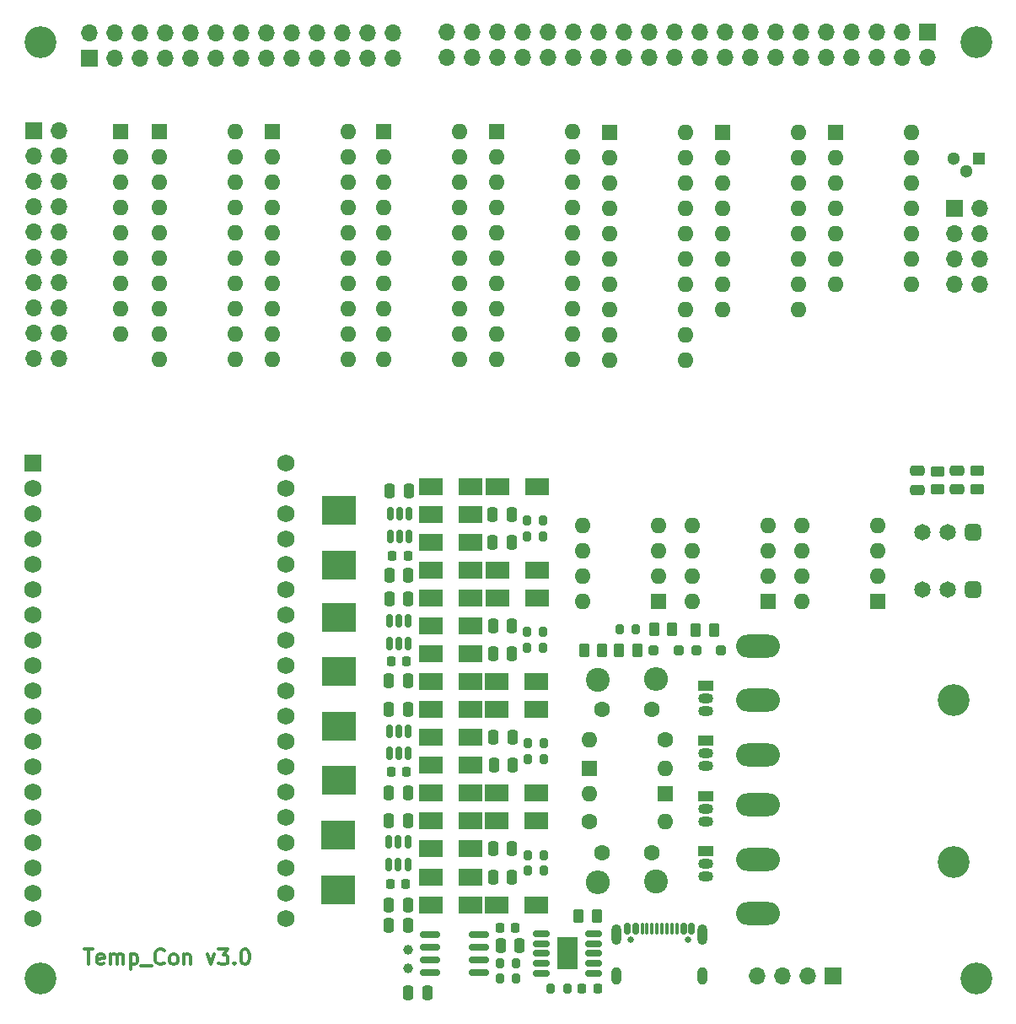
<source format=gbr>
%TF.GenerationSoftware,KiCad,Pcbnew,8.0.8*%
%TF.CreationDate,2025-03-16T16:52:43+08:00*%
%TF.ProjectId,temp_pro,74656d70-5f70-4726-9f2e-6b696361645f,rev?*%
%TF.SameCoordinates,Original*%
%TF.FileFunction,Soldermask,Top*%
%TF.FilePolarity,Negative*%
%FSLAX46Y46*%
G04 Gerber Fmt 4.6, Leading zero omitted, Abs format (unit mm)*
G04 Created by KiCad (PCBNEW 8.0.8) date 2025-03-16 16:52:43*
%MOMM*%
%LPD*%
G01*
G04 APERTURE LIST*
G04 Aperture macros list*
%AMRoundRect*
0 Rectangle with rounded corners*
0 $1 Rounding radius*
0 $2 $3 $4 $5 $6 $7 $8 $9 X,Y pos of 4 corners*
0 Add a 4 corners polygon primitive as box body*
4,1,4,$2,$3,$4,$5,$6,$7,$8,$9,$2,$3,0*
0 Add four circle primitives for the rounded corners*
1,1,$1+$1,$2,$3*
1,1,$1+$1,$4,$5*
1,1,$1+$1,$6,$7*
1,1,$1+$1,$8,$9*
0 Add four rect primitives between the rounded corners*
20,1,$1+$1,$2,$3,$4,$5,0*
20,1,$1+$1,$4,$5,$6,$7,0*
20,1,$1+$1,$6,$7,$8,$9,0*
20,1,$1+$1,$8,$9,$2,$3,0*%
G04 Aperture macros list end*
%ADD10C,0.300000*%
%ADD11C,3.200000*%
%ADD12RoundRect,0.102000X1.125000X0.775000X-1.125000X0.775000X-1.125000X-0.775000X1.125000X-0.775000X0*%
%ADD13RoundRect,0.200000X0.200000X0.275000X-0.200000X0.275000X-0.200000X-0.275000X0.200000X-0.275000X0*%
%ADD14O,4.395000X2.299500*%
%ADD15RoundRect,0.102000X-1.125000X-0.775000X1.125000X-0.775000X1.125000X0.775000X-1.125000X0.775000X0*%
%ADD16O,1.600000X1.600000*%
%ADD17R,1.600000X1.600000*%
%ADD18RoundRect,0.250000X0.250000X0.475000X-0.250000X0.475000X-0.250000X-0.475000X0.250000X-0.475000X0*%
%ADD19RoundRect,0.250000X-0.250000X-0.250000X0.250000X-0.250000X0.250000X0.250000X-0.250000X0.250000X0*%
%ADD20RoundRect,0.250000X-0.250000X-0.475000X0.250000X-0.475000X0.250000X0.475000X-0.250000X0.475000X0*%
%ADD21R,3.500000X2.950000*%
%ADD22RoundRect,0.250000X0.262500X0.450000X-0.262500X0.450000X-0.262500X-0.450000X0.262500X-0.450000X0*%
%ADD23R,1.500000X1.050000*%
%ADD24O,1.500000X1.050000*%
%ADD25RoundRect,0.225000X-0.225000X-0.250000X0.225000X-0.250000X0.225000X0.250000X-0.225000X0.250000X0*%
%ADD26RoundRect,0.150000X-0.150000X0.512500X-0.150000X-0.512500X0.150000X-0.512500X0.150000X0.512500X0*%
%ADD27O,1.700000X1.700000*%
%ADD28R,1.700000X1.700000*%
%ADD29RoundRect,0.250000X-0.262500X-0.450000X0.262500X-0.450000X0.262500X0.450000X-0.262500X0.450000X0*%
%ADD30C,1.600000*%
%ADD31RoundRect,0.150000X-0.687500X-0.150000X0.687500X-0.150000X0.687500X0.150000X-0.687500X0.150000X0*%
%ADD32R,2.100000X3.300000*%
%ADD33RoundRect,0.250000X0.450000X-0.262500X0.450000X0.262500X-0.450000X0.262500X-0.450000X-0.262500X0*%
%ADD34C,1.000000*%
%ADD35RoundRect,0.250000X-0.450000X0.262500X-0.450000X-0.262500X0.450000X-0.262500X0.450000X0.262500X0*%
%ADD36RoundRect,0.250000X-0.475000X0.250000X-0.475000X-0.250000X0.475000X-0.250000X0.475000X0.250000X0*%
%ADD37RoundRect,0.150000X-0.825000X-0.150000X0.825000X-0.150000X0.825000X0.150000X-0.825000X0.150000X0*%
%ADD38C,1.300000*%
%ADD39R,1.300000X1.300000*%
%ADD40C,0.650000*%
%ADD41RoundRect,0.150000X-0.150000X-0.425000X0.150000X-0.425000X0.150000X0.425000X-0.150000X0.425000X0*%
%ADD42RoundRect,0.075000X-0.075000X-0.500000X0.075000X-0.500000X0.075000X0.500000X-0.075000X0.500000X0*%
%ADD43O,1.000000X2.100000*%
%ADD44O,1.000000X1.800000*%
%ADD45RoundRect,0.412500X0.412500X0.412500X-0.412500X0.412500X-0.412500X-0.412500X0.412500X-0.412500X0*%
%ADD46C,1.650000*%
%ADD47RoundRect,0.250000X0.475000X-0.250000X0.475000X0.250000X-0.475000X0.250000X-0.475000X-0.250000X0*%
%ADD48RoundRect,0.102000X-0.765000X-0.765000X0.765000X-0.765000X0.765000X0.765000X-0.765000X0.765000X0*%
%ADD49C,1.734000*%
%ADD50RoundRect,0.200000X-0.200000X-0.275000X0.200000X-0.275000X0.200000X0.275000X-0.200000X0.275000X0*%
%ADD51C,2.400000*%
%ADD52O,2.400000X2.400000*%
G04 APERTURE END LIST*
D10*
X111640225Y-140000828D02*
X112497368Y-140000828D01*
X112068796Y-141500828D02*
X112068796Y-140000828D01*
X113568796Y-141429400D02*
X113425939Y-141500828D01*
X113425939Y-141500828D02*
X113140225Y-141500828D01*
X113140225Y-141500828D02*
X112997367Y-141429400D01*
X112997367Y-141429400D02*
X112925939Y-141286542D01*
X112925939Y-141286542D02*
X112925939Y-140715114D01*
X112925939Y-140715114D02*
X112997367Y-140572257D01*
X112997367Y-140572257D02*
X113140225Y-140500828D01*
X113140225Y-140500828D02*
X113425939Y-140500828D01*
X113425939Y-140500828D02*
X113568796Y-140572257D01*
X113568796Y-140572257D02*
X113640225Y-140715114D01*
X113640225Y-140715114D02*
X113640225Y-140857971D01*
X113640225Y-140857971D02*
X112925939Y-141000828D01*
X114283081Y-141500828D02*
X114283081Y-140500828D01*
X114283081Y-140643685D02*
X114354510Y-140572257D01*
X114354510Y-140572257D02*
X114497367Y-140500828D01*
X114497367Y-140500828D02*
X114711653Y-140500828D01*
X114711653Y-140500828D02*
X114854510Y-140572257D01*
X114854510Y-140572257D02*
X114925939Y-140715114D01*
X114925939Y-140715114D02*
X114925939Y-141500828D01*
X114925939Y-140715114D02*
X114997367Y-140572257D01*
X114997367Y-140572257D02*
X115140224Y-140500828D01*
X115140224Y-140500828D02*
X115354510Y-140500828D01*
X115354510Y-140500828D02*
X115497367Y-140572257D01*
X115497367Y-140572257D02*
X115568796Y-140715114D01*
X115568796Y-140715114D02*
X115568796Y-141500828D01*
X116283081Y-140500828D02*
X116283081Y-142000828D01*
X116283081Y-140572257D02*
X116425939Y-140500828D01*
X116425939Y-140500828D02*
X116711653Y-140500828D01*
X116711653Y-140500828D02*
X116854510Y-140572257D01*
X116854510Y-140572257D02*
X116925939Y-140643685D01*
X116925939Y-140643685D02*
X116997367Y-140786542D01*
X116997367Y-140786542D02*
X116997367Y-141215114D01*
X116997367Y-141215114D02*
X116925939Y-141357971D01*
X116925939Y-141357971D02*
X116854510Y-141429400D01*
X116854510Y-141429400D02*
X116711653Y-141500828D01*
X116711653Y-141500828D02*
X116425939Y-141500828D01*
X116425939Y-141500828D02*
X116283081Y-141429400D01*
X117283082Y-141643685D02*
X118425939Y-141643685D01*
X119640224Y-141357971D02*
X119568796Y-141429400D01*
X119568796Y-141429400D02*
X119354510Y-141500828D01*
X119354510Y-141500828D02*
X119211653Y-141500828D01*
X119211653Y-141500828D02*
X118997367Y-141429400D01*
X118997367Y-141429400D02*
X118854510Y-141286542D01*
X118854510Y-141286542D02*
X118783081Y-141143685D01*
X118783081Y-141143685D02*
X118711653Y-140857971D01*
X118711653Y-140857971D02*
X118711653Y-140643685D01*
X118711653Y-140643685D02*
X118783081Y-140357971D01*
X118783081Y-140357971D02*
X118854510Y-140215114D01*
X118854510Y-140215114D02*
X118997367Y-140072257D01*
X118997367Y-140072257D02*
X119211653Y-140000828D01*
X119211653Y-140000828D02*
X119354510Y-140000828D01*
X119354510Y-140000828D02*
X119568796Y-140072257D01*
X119568796Y-140072257D02*
X119640224Y-140143685D01*
X120497367Y-141500828D02*
X120354510Y-141429400D01*
X120354510Y-141429400D02*
X120283081Y-141357971D01*
X120283081Y-141357971D02*
X120211653Y-141215114D01*
X120211653Y-141215114D02*
X120211653Y-140786542D01*
X120211653Y-140786542D02*
X120283081Y-140643685D01*
X120283081Y-140643685D02*
X120354510Y-140572257D01*
X120354510Y-140572257D02*
X120497367Y-140500828D01*
X120497367Y-140500828D02*
X120711653Y-140500828D01*
X120711653Y-140500828D02*
X120854510Y-140572257D01*
X120854510Y-140572257D02*
X120925939Y-140643685D01*
X120925939Y-140643685D02*
X120997367Y-140786542D01*
X120997367Y-140786542D02*
X120997367Y-141215114D01*
X120997367Y-141215114D02*
X120925939Y-141357971D01*
X120925939Y-141357971D02*
X120854510Y-141429400D01*
X120854510Y-141429400D02*
X120711653Y-141500828D01*
X120711653Y-141500828D02*
X120497367Y-141500828D01*
X121640224Y-140500828D02*
X121640224Y-141500828D01*
X121640224Y-140643685D02*
X121711653Y-140572257D01*
X121711653Y-140572257D02*
X121854510Y-140500828D01*
X121854510Y-140500828D02*
X122068796Y-140500828D01*
X122068796Y-140500828D02*
X122211653Y-140572257D01*
X122211653Y-140572257D02*
X122283082Y-140715114D01*
X122283082Y-140715114D02*
X122283082Y-141500828D01*
X123997367Y-140500828D02*
X124354510Y-141500828D01*
X124354510Y-141500828D02*
X124711653Y-140500828D01*
X125140224Y-140000828D02*
X126068796Y-140000828D01*
X126068796Y-140000828D02*
X125568796Y-140572257D01*
X125568796Y-140572257D02*
X125783081Y-140572257D01*
X125783081Y-140572257D02*
X125925939Y-140643685D01*
X125925939Y-140643685D02*
X125997367Y-140715114D01*
X125997367Y-140715114D02*
X126068796Y-140857971D01*
X126068796Y-140857971D02*
X126068796Y-141215114D01*
X126068796Y-141215114D02*
X125997367Y-141357971D01*
X125997367Y-141357971D02*
X125925939Y-141429400D01*
X125925939Y-141429400D02*
X125783081Y-141500828D01*
X125783081Y-141500828D02*
X125354510Y-141500828D01*
X125354510Y-141500828D02*
X125211653Y-141429400D01*
X125211653Y-141429400D02*
X125140224Y-141357971D01*
X126711652Y-141357971D02*
X126783081Y-141429400D01*
X126783081Y-141429400D02*
X126711652Y-141500828D01*
X126711652Y-141500828D02*
X126640224Y-141429400D01*
X126640224Y-141429400D02*
X126711652Y-141357971D01*
X126711652Y-141357971D02*
X126711652Y-141500828D01*
X127711653Y-140000828D02*
X127854510Y-140000828D01*
X127854510Y-140000828D02*
X127997367Y-140072257D01*
X127997367Y-140072257D02*
X128068796Y-140143685D01*
X128068796Y-140143685D02*
X128140224Y-140286542D01*
X128140224Y-140286542D02*
X128211653Y-140572257D01*
X128211653Y-140572257D02*
X128211653Y-140929400D01*
X128211653Y-140929400D02*
X128140224Y-141215114D01*
X128140224Y-141215114D02*
X128068796Y-141357971D01*
X128068796Y-141357971D02*
X127997367Y-141429400D01*
X127997367Y-141429400D02*
X127854510Y-141500828D01*
X127854510Y-141500828D02*
X127711653Y-141500828D01*
X127711653Y-141500828D02*
X127568796Y-141429400D01*
X127568796Y-141429400D02*
X127497367Y-141357971D01*
X127497367Y-141357971D02*
X127425938Y-141215114D01*
X127425938Y-141215114D02*
X127354510Y-140929400D01*
X127354510Y-140929400D02*
X127354510Y-140572257D01*
X127354510Y-140572257D02*
X127425938Y-140286542D01*
X127425938Y-140286542D02*
X127497367Y-140143685D01*
X127497367Y-140143685D02*
X127568796Y-140072257D01*
X127568796Y-140072257D02*
X127711653Y-140000828D01*
D11*
%TO.C,H6*%
X198900000Y-131200000D03*
%TD*%
%TO.C,H5*%
X198900000Y-115000000D03*
%TD*%
D12*
%TO.C,D27*%
X150420000Y-104720000D03*
X146420000Y-104720000D03*
%TD*%
D13*
%TO.C,R27*%
X157820000Y-120920000D03*
X156170000Y-120920000D03*
%TD*%
D14*
%TO.C,Q1*%
X179295000Y-125489000D03*
X179295000Y-130950000D03*
X179295000Y-136411000D03*
%TD*%
D15*
%TO.C,D13*%
X146420000Y-135520000D03*
X150420000Y-135520000D03*
%TD*%
D16*
%TO.C,U12*%
X172020000Y-57990000D03*
X172020000Y-60530000D03*
X172020000Y-63070000D03*
X172020000Y-65610000D03*
X172020000Y-68150000D03*
X172020000Y-70690000D03*
X172020000Y-73230000D03*
X172020000Y-75770000D03*
X172020000Y-78310000D03*
X172020000Y-80850000D03*
X164400000Y-80850000D03*
X164400000Y-78310000D03*
X164400000Y-75770000D03*
X164400000Y-73230000D03*
X164400000Y-70690000D03*
X164400000Y-68150000D03*
X164400000Y-65610000D03*
X164400000Y-63070000D03*
X164400000Y-60530000D03*
D17*
X164400000Y-57990000D03*
%TD*%
D18*
%TO.C,C44*%
X154570000Y-110320000D03*
X152670000Y-110320000D03*
%TD*%
D11*
%TO.C,H3*%
X201200000Y-48950000D03*
%TD*%
D15*
%TO.C,D9*%
X146420000Y-101920000D03*
X150420000Y-101920000D03*
%TD*%
D19*
%TO.C,D6*%
X168820000Y-109950000D03*
X171320000Y-109950000D03*
%TD*%
D15*
%TO.C,D25*%
X146420000Y-113120000D03*
X150420000Y-113120000D03*
%TD*%
D12*
%TO.C,D15*%
X150420000Y-127120000D03*
X146420000Y-127120000D03*
%TD*%
%TO.C,D29*%
X157120000Y-104720000D03*
X153120000Y-104720000D03*
%TD*%
D20*
%TO.C,C28*%
X142320000Y-94020000D03*
X144220000Y-94020000D03*
%TD*%
%TO.C,C13*%
X142220000Y-127120000D03*
X144120000Y-127120000D03*
%TD*%
D13*
%TO.C,R17*%
X167020000Y-107850000D03*
X165370000Y-107850000D03*
%TD*%
D16*
%TO.C,U15*%
X194720000Y-57975000D03*
X194720000Y-60515000D03*
X194720000Y-63055000D03*
X194720000Y-65595000D03*
X194720000Y-68135000D03*
X194720000Y-70675000D03*
X194720000Y-73215000D03*
X187100000Y-73215000D03*
X187100000Y-70675000D03*
X187100000Y-68135000D03*
X187100000Y-65595000D03*
X187100000Y-63055000D03*
X187100000Y-60515000D03*
D17*
X187100000Y-57975000D03*
%TD*%
D20*
%TO.C,C8*%
X142220000Y-137620000D03*
X144120000Y-137620000D03*
%TD*%
D21*
%TO.C,L2*%
X137120000Y-128570000D03*
X137120000Y-134020000D03*
%TD*%
D22*
%TO.C,R11*%
X174882500Y-107950000D03*
X173057500Y-107950000D03*
%TD*%
D18*
%TO.C,C17*%
X154570000Y-129920000D03*
X152670000Y-129920000D03*
%TD*%
D16*
%TO.C,RN1*%
X115300000Y-78270000D03*
X115300000Y-75730000D03*
X115300000Y-73190000D03*
X115300000Y-70650000D03*
X115300000Y-68110000D03*
X115300000Y-65570000D03*
X115300000Y-63030000D03*
X115300000Y-60490000D03*
D17*
X115300000Y-57950000D03*
%TD*%
D18*
%TO.C,C36*%
X154620000Y-118720000D03*
X152720000Y-118720000D03*
%TD*%
D13*
%TO.C,R22*%
X155020000Y-142920000D03*
X153370000Y-142920000D03*
%TD*%
D18*
%TO.C,C31*%
X154520000Y-99120000D03*
X152620000Y-99120000D03*
%TD*%
D23*
%TO.C,Q4*%
X174050000Y-130150000D03*
D24*
X174050000Y-131420000D03*
X174050000Y-132690000D03*
%TD*%
D25*
%TO.C,C10*%
X161625000Y-143920000D03*
X163175000Y-143920000D03*
%TD*%
D26*
%TO.C,U18*%
X144170000Y-107045000D03*
X143220000Y-107045000D03*
X142270000Y-107045000D03*
X142270000Y-109320000D03*
X143220000Y-109320000D03*
X144170000Y-109320000D03*
%TD*%
D20*
%TO.C,C7*%
X153420000Y-139620000D03*
X155320000Y-139620000D03*
%TD*%
D25*
%TO.C,C39*%
X142470000Y-111120000D03*
X144020000Y-111120000D03*
%TD*%
D27*
%TO.C,J2*%
X109100000Y-80700000D03*
X106560000Y-80700000D03*
X109100000Y-78160000D03*
X106560000Y-78160000D03*
X109100000Y-75620000D03*
X106560000Y-75620000D03*
X109100000Y-73080000D03*
X106560000Y-73080000D03*
X109100000Y-70540000D03*
X106560000Y-70540000D03*
X109100000Y-68000000D03*
X106560000Y-68000000D03*
X109100000Y-65460000D03*
X106560000Y-65460000D03*
X109100000Y-62920000D03*
X106560000Y-62920000D03*
X109100000Y-60380000D03*
X106560000Y-60380000D03*
X109100000Y-57840000D03*
D28*
X106560000Y-57840000D03*
%TD*%
D17*
%TO.C,U1*%
X169320000Y-105050000D03*
D16*
X169320000Y-102510000D03*
X169320000Y-99970000D03*
X169320000Y-97430000D03*
X161700000Y-97430000D03*
X161700000Y-99970000D03*
X161700000Y-102510000D03*
X161700000Y-105050000D03*
%TD*%
D17*
%TO.C,D2*%
X162360000Y-121800000D03*
D16*
X169980000Y-121800000D03*
%TD*%
D29*
%TO.C,R12*%
X165320000Y-109950000D03*
X167145000Y-109950000D03*
%TD*%
D20*
%TO.C,C27*%
X142280000Y-102420000D03*
X144180000Y-102420000D03*
%TD*%
D11*
%TO.C,H1*%
X107200000Y-142950000D03*
%TD*%
D12*
%TO.C,D24*%
X150420000Y-110320000D03*
X146420000Y-110320000D03*
%TD*%
D30*
%TO.C,R6*%
X162350000Y-127200000D03*
D16*
X169970000Y-127200000D03*
%TD*%
D13*
%TO.C,R24*%
X157820000Y-130520000D03*
X156170000Y-130520000D03*
%TD*%
D12*
%TO.C,D4*%
X150420000Y-99120000D03*
X146420000Y-99120000D03*
%TD*%
D31*
%TO.C,U17*%
X157500000Y-138420000D03*
X157500000Y-139420000D03*
X157500000Y-140420000D03*
X157500000Y-141420000D03*
X157500000Y-142420000D03*
X162775000Y-142420000D03*
X162775000Y-141420000D03*
X162775000Y-140420000D03*
X162775000Y-139420000D03*
X162775000Y-138420000D03*
D32*
X160137500Y-140420000D03*
%TD*%
D23*
%TO.C,Q2*%
X174050000Y-119080000D03*
D24*
X174050000Y-120350000D03*
X174050000Y-121620000D03*
%TD*%
D15*
%TO.C,D14*%
X146420000Y-129920000D03*
X150420000Y-129920000D03*
%TD*%
D23*
%TO.C,Q3*%
X174050000Y-124620000D03*
D24*
X174050000Y-125890000D03*
X174050000Y-127160000D03*
%TD*%
D25*
%TO.C,C33*%
X142420000Y-122220000D03*
X143970000Y-122220000D03*
%TD*%
D15*
%TO.C,D22*%
X153020000Y-124320000D03*
X157020000Y-124320000D03*
%TD*%
D12*
%TO.C,D11*%
X150420000Y-93520000D03*
X146420000Y-93520000D03*
%TD*%
D13*
%TO.C,R29*%
X157720000Y-109720000D03*
X156070000Y-109720000D03*
%TD*%
D20*
%TO.C,C34*%
X142220000Y-124320000D03*
X144120000Y-124320000D03*
%TD*%
D12*
%TO.C,D23*%
X157020000Y-115920000D03*
X153020000Y-115920000D03*
%TD*%
D13*
%TO.C,R26*%
X157820000Y-119320000D03*
X156170000Y-119320000D03*
%TD*%
D23*
%TO.C,Q8*%
X174050000Y-113550000D03*
D24*
X174050000Y-114820000D03*
X174050000Y-116090000D03*
%TD*%
D33*
%TO.C,R8*%
X197300000Y-93837500D03*
X197300000Y-92012500D03*
%TD*%
D30*
%TO.C,C4*%
X168610000Y-115900000D03*
X163610000Y-115900000D03*
%TD*%
D17*
%TO.C,U11*%
X180300000Y-105040000D03*
D16*
X180300000Y-102500000D03*
X180300000Y-99960000D03*
X180300000Y-97420000D03*
X172680000Y-97420000D03*
X172680000Y-99960000D03*
X172680000Y-102500000D03*
X172680000Y-105040000D03*
%TD*%
D34*
%TO.C,Y1*%
X144120000Y-140020000D03*
X144120000Y-141920000D03*
%TD*%
D18*
%TO.C,C38*%
X154670000Y-121520000D03*
X152770000Y-121520000D03*
%TD*%
D27*
%TO.C,J1*%
X142600000Y-48000000D03*
X142600000Y-50540000D03*
X140060000Y-48000000D03*
X140060000Y-50540000D03*
X137520000Y-48000000D03*
X137520000Y-50540000D03*
X134980000Y-48000000D03*
X134980000Y-50540000D03*
X132440000Y-48000000D03*
X132440000Y-50540000D03*
X129900000Y-48000000D03*
X129900000Y-50540000D03*
X127360000Y-48000000D03*
X127360000Y-50540000D03*
X124820000Y-48000000D03*
X124820000Y-50540000D03*
X122280000Y-48000000D03*
X122280000Y-50540000D03*
X119740000Y-48000000D03*
X119740000Y-50540000D03*
X117200000Y-48000000D03*
X117200000Y-50540000D03*
X114660000Y-48000000D03*
X114660000Y-50540000D03*
X112120000Y-48000000D03*
D28*
X112120000Y-50540000D03*
%TD*%
D19*
%TO.C,D7*%
X173070000Y-109950000D03*
X175570000Y-109950000D03*
%TD*%
D16*
%TO.C,U9*%
X160650000Y-57910000D03*
X160650000Y-60450000D03*
X160650000Y-62990000D03*
X160650000Y-65530000D03*
X160650000Y-68070000D03*
X160650000Y-70610000D03*
X160650000Y-73150000D03*
X160650000Y-75690000D03*
X160650000Y-78230000D03*
X160650000Y-80770000D03*
X153030000Y-80770000D03*
X153030000Y-78230000D03*
X153030000Y-75690000D03*
X153030000Y-73150000D03*
X153030000Y-70610000D03*
X153030000Y-68070000D03*
X153030000Y-65530000D03*
X153030000Y-62990000D03*
X153030000Y-60450000D03*
D17*
X153030000Y-57910000D03*
%TD*%
D35*
%TO.C,R10*%
X201300000Y-91975000D03*
X201300000Y-93800000D03*
%TD*%
D30*
%TO.C,R5*%
X170010000Y-119000000D03*
D16*
X162390000Y-119000000D03*
%TD*%
D13*
%TO.C,R16*%
X157720000Y-96920000D03*
X156070000Y-96920000D03*
%TD*%
D36*
%TO.C,C18*%
X199300000Y-91937500D03*
X199300000Y-93837500D03*
%TD*%
D12*
%TO.C,D12*%
X150420000Y-132720000D03*
X146420000Y-132720000D03*
%TD*%
%TO.C,D18*%
X150420000Y-121520000D03*
X146420000Y-121520000D03*
%TD*%
D11*
%TO.C,H4*%
X107200000Y-48950000D03*
%TD*%
%TO.C,H2*%
X201200000Y-142950000D03*
%TD*%
D13*
%TO.C,R25*%
X157820000Y-132120000D03*
X156170000Y-132120000D03*
%TD*%
D37*
%TO.C,U7*%
X146345000Y-138515000D03*
X146345000Y-139785000D03*
X146345000Y-141055000D03*
X146345000Y-142325000D03*
X151295000Y-142325000D03*
X151295000Y-141055000D03*
X151295000Y-139785000D03*
X151295000Y-138515000D03*
%TD*%
D17*
%TO.C,D3*%
X169980000Y-124400000D03*
D16*
X162360000Y-124400000D03*
%TD*%
D18*
%TO.C,C32*%
X154570000Y-132720000D03*
X152670000Y-132720000D03*
%TD*%
D27*
%TO.C,J7*%
X179180000Y-142700000D03*
X181720000Y-142700000D03*
X184260000Y-142700000D03*
D28*
X186800000Y-142700000D03*
%TD*%
D12*
%TO.C,D5*%
X157120000Y-93520000D03*
X153120000Y-93520000D03*
%TD*%
D38*
%TO.C,U2*%
X198960000Y-60600000D03*
X200220000Y-61870000D03*
D39*
X201500000Y-60600000D03*
%TD*%
D20*
%TO.C,C41*%
X142280000Y-104800000D03*
X144180000Y-104800000D03*
%TD*%
D26*
%TO.C,U10*%
X144170000Y-118082500D03*
X143220000Y-118082500D03*
X142270000Y-118082500D03*
X142270000Y-120357500D03*
X143220000Y-120357500D03*
X144170000Y-120357500D03*
%TD*%
D16*
%TO.C,U16*%
X149345000Y-57911000D03*
X149345000Y-60451000D03*
X149345000Y-62991000D03*
X149345000Y-65531000D03*
X149345000Y-68071000D03*
X149345000Y-70611000D03*
X149345000Y-73151000D03*
X149345000Y-75691000D03*
X149345000Y-78231000D03*
X149345000Y-80771000D03*
X141725000Y-80771000D03*
X141725000Y-78231000D03*
X141725000Y-75691000D03*
X141725000Y-73151000D03*
X141725000Y-70611000D03*
X141725000Y-68071000D03*
X141725000Y-65531000D03*
X141725000Y-62991000D03*
X141725000Y-60451000D03*
D17*
X141725000Y-57911000D03*
%TD*%
D15*
%TO.C,D26*%
X146420000Y-107520000D03*
X150420000Y-107520000D03*
%TD*%
%TO.C,D20*%
X146420000Y-118720000D03*
X150420000Y-118720000D03*
%TD*%
%TO.C,D28*%
X153020000Y-113120000D03*
X157020000Y-113120000D03*
%TD*%
D21*
%TO.C,L3*%
X137220000Y-117570000D03*
X137220000Y-123020000D03*
%TD*%
D18*
%TO.C,C42*%
X154570000Y-107520000D03*
X152670000Y-107520000D03*
%TD*%
D20*
%TO.C,C35*%
X142220000Y-115920000D03*
X144120000Y-115920000D03*
%TD*%
D21*
%TO.C,L1*%
X137220000Y-95970000D03*
X137220000Y-101420000D03*
%TD*%
D40*
%TO.C,J4*%
X166510000Y-139015000D03*
X172290000Y-139015000D03*
D41*
X166200000Y-137940000D03*
X167000000Y-137940000D03*
D42*
X168150000Y-137940000D03*
X169150000Y-137940000D03*
X169650000Y-137940000D03*
X170650000Y-137940000D03*
D41*
X171800000Y-137940000D03*
X172600000Y-137940000D03*
X172600000Y-137940000D03*
X171800000Y-137940000D03*
D42*
X171150000Y-137940000D03*
X170150000Y-137940000D03*
X168650000Y-137940000D03*
X167650000Y-137940000D03*
D41*
X167000000Y-137940000D03*
X166200000Y-137940000D03*
D43*
X165080000Y-138515000D03*
D44*
X165080000Y-142695000D03*
D43*
X173720000Y-138515000D03*
D44*
X173720000Y-142695000D03*
%TD*%
D14*
%TO.C,Q7*%
X179270000Y-109528000D03*
X179270000Y-114989000D03*
X179270000Y-120450000D03*
%TD*%
D25*
%TO.C,C26*%
X142570000Y-100520000D03*
X144120000Y-100520000D03*
%TD*%
D26*
%TO.C,U6*%
X144120000Y-129245000D03*
X143170000Y-129245000D03*
X142220000Y-129245000D03*
X142220000Y-131520000D03*
X143170000Y-131520000D03*
X144120000Y-131520000D03*
%TD*%
D45*
%TO.C,RV1*%
X200900000Y-98150000D03*
D46*
X198360000Y-98150000D03*
X195820000Y-98150000D03*
%TD*%
D21*
%TO.C,L4*%
X137220000Y-106670000D03*
X137220000Y-112120000D03*
%TD*%
D16*
%TO.C,U3*%
X138145000Y-57911000D03*
X138145000Y-60451000D03*
X138145000Y-62991000D03*
X138145000Y-65531000D03*
X138145000Y-68071000D03*
X138145000Y-70611000D03*
X138145000Y-73151000D03*
X138145000Y-75691000D03*
X138145000Y-78231000D03*
X138145000Y-80771000D03*
X130525000Y-80771000D03*
X130525000Y-78231000D03*
X130525000Y-75691000D03*
X130525000Y-73151000D03*
X130525000Y-70611000D03*
X130525000Y-68071000D03*
X130525000Y-65531000D03*
X130525000Y-62991000D03*
X130525000Y-60451000D03*
D17*
X130525000Y-57911000D03*
%TD*%
D47*
%TO.C,C14*%
X195300000Y-93887500D03*
X195300000Y-91987500D03*
%TD*%
D16*
%TO.C,U5*%
X183320000Y-57976000D03*
X183320000Y-60516000D03*
X183320000Y-63056000D03*
X183320000Y-65596000D03*
X183320000Y-68136000D03*
X183320000Y-70676000D03*
X183320000Y-73216000D03*
X183320000Y-75756000D03*
X175700000Y-75756000D03*
X175700000Y-73216000D03*
X175700000Y-70676000D03*
X175700000Y-68136000D03*
X175700000Y-65596000D03*
X175700000Y-63056000D03*
X175700000Y-60516000D03*
D17*
X175700000Y-57976000D03*
%TD*%
D27*
%TO.C,J3*%
X148060000Y-50500000D03*
X148060000Y-47960000D03*
X150600000Y-50500000D03*
X150600000Y-47960000D03*
X153140000Y-50500000D03*
X153140000Y-47960000D03*
X155680000Y-50500000D03*
X155680000Y-47960000D03*
X158220000Y-50500000D03*
X158220000Y-47960000D03*
X160760000Y-50500000D03*
X160760000Y-47960000D03*
X163300000Y-50500000D03*
X163300000Y-47960000D03*
X165840000Y-50500000D03*
X165840000Y-47960000D03*
X168380000Y-50500000D03*
X168380000Y-47960000D03*
X170920000Y-50500000D03*
X170920000Y-47960000D03*
X173460000Y-50500000D03*
X173460000Y-47960000D03*
X176000000Y-50500000D03*
X176000000Y-47960000D03*
X178540000Y-50500000D03*
X178540000Y-47960000D03*
X181080000Y-50500000D03*
X181080000Y-47960000D03*
X183620000Y-50500000D03*
X183620000Y-47960000D03*
X186160000Y-50500000D03*
X186160000Y-47960000D03*
X188700000Y-50500000D03*
X188700000Y-47960000D03*
X191240000Y-50500000D03*
X191240000Y-47960000D03*
X193780000Y-50500000D03*
X193780000Y-47960000D03*
X196320000Y-50500000D03*
D28*
X196320000Y-47960000D03*
%TD*%
D48*
%TO.C,U4*%
X106500000Y-91220000D03*
D49*
X106500000Y-93760000D03*
X106500000Y-96300000D03*
X106500000Y-98840000D03*
X106500000Y-101380000D03*
X106500000Y-103920000D03*
X106500000Y-106460000D03*
X106500000Y-109000000D03*
X106500000Y-111540000D03*
X106500000Y-114080000D03*
X106500000Y-116620000D03*
X106500000Y-119160000D03*
X106500000Y-121700000D03*
X106500000Y-124240000D03*
X106500000Y-126780000D03*
X106500000Y-129320000D03*
X106500000Y-131860000D03*
X106500000Y-134400000D03*
X106500000Y-136940000D03*
X131900000Y-136940000D03*
X131900000Y-134400000D03*
X131900000Y-131860000D03*
X131900000Y-129320000D03*
X131900000Y-126780000D03*
X131900000Y-124240000D03*
X131900000Y-121700000D03*
X131900000Y-119160000D03*
X131900000Y-116620000D03*
X131900000Y-114080000D03*
X131900000Y-111540000D03*
X131900000Y-109000000D03*
X131900000Y-106460000D03*
X131900000Y-103920000D03*
X131900000Y-101380000D03*
X131900000Y-98840000D03*
X131900000Y-96300000D03*
X131900000Y-93760000D03*
X131900000Y-91220000D03*
%TD*%
D17*
%TO.C,U8*%
X191300000Y-105040000D03*
D16*
X191300000Y-102500000D03*
X191300000Y-99960000D03*
X191300000Y-97420000D03*
X183680000Y-97420000D03*
X183680000Y-99960000D03*
X183680000Y-102500000D03*
X183680000Y-105040000D03*
%TD*%
%TO.C,U13*%
X126820000Y-57890000D03*
X126820000Y-60430000D03*
X126820000Y-62970000D03*
X126820000Y-65510000D03*
X126820000Y-68050000D03*
X126820000Y-70590000D03*
X126820000Y-73130000D03*
X126820000Y-75670000D03*
X126820000Y-78210000D03*
X126820000Y-80750000D03*
X119200000Y-80750000D03*
X119200000Y-78210000D03*
X119200000Y-75670000D03*
X119200000Y-73130000D03*
X119200000Y-70590000D03*
X119200000Y-68050000D03*
X119200000Y-65510000D03*
X119200000Y-62970000D03*
X119200000Y-60430000D03*
D17*
X119200000Y-57890000D03*
%TD*%
D12*
%TO.C,D21*%
X150420000Y-115920000D03*
X146420000Y-115920000D03*
%TD*%
D25*
%TO.C,C11*%
X142370000Y-133420000D03*
X143920000Y-133420000D03*
%TD*%
D30*
%TO.C,C6*%
X163610000Y-130300000D03*
X168610000Y-130300000D03*
%TD*%
D22*
%TO.C,R15*%
X163100000Y-136620000D03*
X161275000Y-136620000D03*
%TD*%
D50*
%TO.C,R23*%
X156070000Y-98520000D03*
X157720000Y-98520000D03*
%TD*%
D25*
%TO.C,C21*%
X153370000Y-137820000D03*
X154920000Y-137820000D03*
%TD*%
D20*
%TO.C,C40*%
X142220000Y-113020000D03*
X144120000Y-113020000D03*
%TD*%
D15*
%TO.C,D8*%
X153120000Y-101920000D03*
X157120000Y-101920000D03*
%TD*%
%TO.C,D16*%
X153020000Y-135520000D03*
X157020000Y-135520000D03*
%TD*%
%TO.C,D10*%
X146420000Y-96320000D03*
X150420000Y-96320000D03*
%TD*%
D18*
%TO.C,C30*%
X154520000Y-96320000D03*
X152620000Y-96320000D03*
%TD*%
D20*
%TO.C,C12*%
X142220000Y-135520000D03*
X144120000Y-135520000D03*
%TD*%
D27*
%TO.C,J5*%
X201520000Y-73220000D03*
X198980000Y-73220000D03*
X201520000Y-70680000D03*
X198980000Y-70680000D03*
X201520000Y-68140000D03*
X198980000Y-68140000D03*
X201520000Y-65600000D03*
D28*
X198980000Y-65600000D03*
%TD*%
D15*
%TO.C,D19*%
X146420000Y-124320000D03*
X150420000Y-124320000D03*
%TD*%
D13*
%TO.C,R7*%
X160120000Y-143920000D03*
X158470000Y-143920000D03*
%TD*%
D22*
%TO.C,R13*%
X170682500Y-107850000D03*
X168857500Y-107850000D03*
%TD*%
D13*
%TO.C,R28*%
X157720000Y-108120000D03*
X156070000Y-108120000D03*
%TD*%
D45*
%TO.C,RV2*%
X200900000Y-103900000D03*
D46*
X198360000Y-103900000D03*
X195820000Y-103900000D03*
%TD*%
D20*
%TO.C,C9*%
X144170000Y-144320000D03*
X146070000Y-144320000D03*
%TD*%
D12*
%TO.C,D17*%
X157020000Y-127120000D03*
X153020000Y-127120000D03*
%TD*%
D29*
%TO.C,R14*%
X161832500Y-109950000D03*
X163657500Y-109950000D03*
%TD*%
D13*
%TO.C,R21*%
X155020000Y-141420000D03*
X153370000Y-141420000D03*
%TD*%
D26*
%TO.C,U14*%
X144270000Y-96245000D03*
X143320000Y-96245000D03*
X142370000Y-96245000D03*
X142370000Y-98520000D03*
X143320000Y-98520000D03*
X144270000Y-98520000D03*
%TD*%
D51*
%TO.C,R2*%
X169010000Y-133219000D03*
D52*
X169010000Y-112899000D03*
%TD*%
D51*
%TO.C,R4*%
X163210000Y-112919000D03*
D52*
X163210000Y-133239000D03*
%TD*%
M02*

</source>
